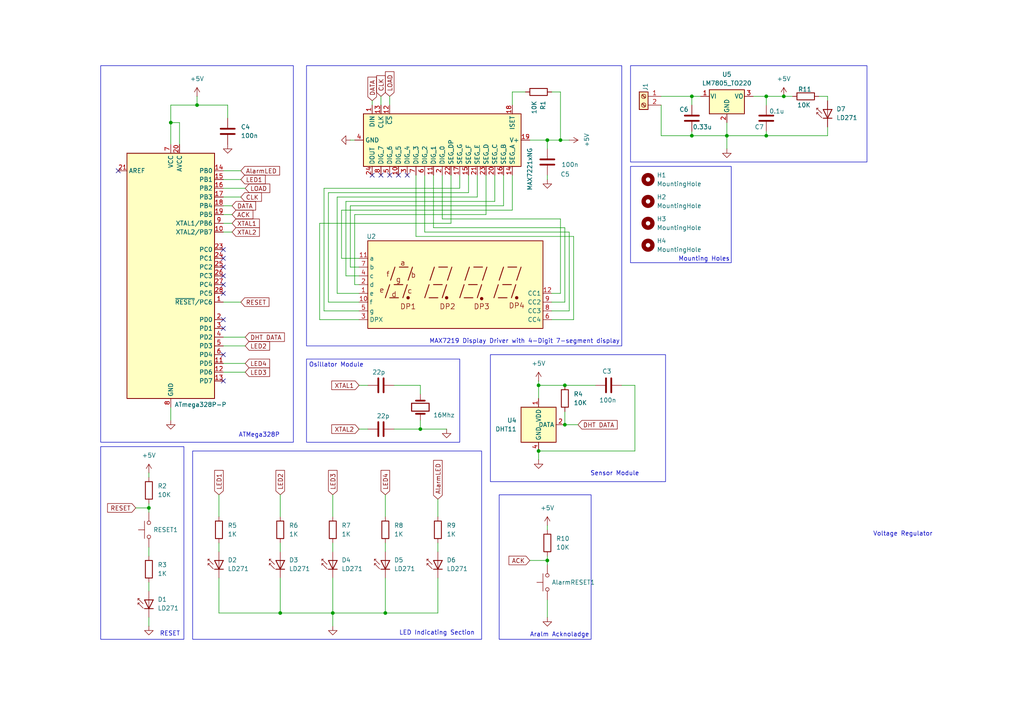
<source format=kicad_sch>
(kicad_sch (version 20231120) (generator "eeschema") (generator_version "8.0")
  (paper "A4")
  (lib_symbols
    (symbol "Connector:Screw_Terminal_01x02" (pin_names (offset 1.016) hide)
      (property "Reference" "J1" (at -0.508 -4.064 90))
      (symbol "Screw_Terminal_01x02_1_1"
        (rectangle (start -1.27 1.27) (end 1.27 -3.81) (stroke (width 0.254)) (fill (type background)))
        (circle (center 0 -2.54) (radius 0.635) (stroke (width 0.1524)))
        (polyline (pts (xy -0.5334 -2.2098) (xy 0.3302 -3.048)) (stroke (width 0.1524)))
        (polyline (pts (xy -0.5334 0.3302) (xy 0.3302 -0.508)) (stroke (width 0.1524)))
        (polyline (pts (xy -0.3556 -2.032) (xy 0.508 -2.8702)) (stroke (width 0.1524)))
        (polyline (pts (xy -0.3556 0.508) (xy 0.508 -0.3302)) (stroke (width 0.1524)))
        (circle (center 0 0) (radius 0.635) (stroke (width 0.1524)))
        (pin passive line (at -5.08 -2.54 0) (length 3.81) (name "Pin_2") (number "1"))
        (pin passive line (at -5.08 0 0) (length 3.81) (name "Pin_1") (number "2"))
      )
    )
    (symbol "Device:C" (pin_numbers hide) (pin_names (offset 0.254))
      (property "Reference" "C" (at 0.635 2.54 0))
      (property "Value" "C" (at 0.635 -2.54 0))
      (symbol "C_0_1"
        (polyline (pts (xy -2.032 -0.762) (xy 2.032 -0.762)) (stroke (width 0.508)))
        (polyline (pts (xy -2.032 0.762) (xy 2.032 0.762)) (stroke (width 0.508)))
      )
      (symbol "C_1_1"
        (pin passive line (at 0 3.81 270) (length 2.794) (name "~") (number "1"))
        (pin passive line (at 0 -3.81 90) (length 2.794) (name "~") (number "2"))
      )
    )
    (symbol "Device:Crystal" (pin_numbers hide) (pin_names (offset 1.016) hide)
      (property "Reference" "Y" (at 0 3.81 0))
      (property "Value" "Crystal" (at 0 -3.81 0))
      (symbol "Crystal_0_1"
        (rectangle (start -1.143 2.54) (end 1.143 -2.54) (stroke (width 0.3048)))
        (polyline (pts (xy -2.54 0) (xy -1.905 0)))
        (polyline (pts (xy -1.905 -1.27) (xy -1.905 1.27)) (stroke (width 0.508)))
        (polyline (pts (xy 1.905 -1.27) (xy 1.905 1.27)) (stroke (width 0.508)))
        (polyline (pts (xy 2.54 0) (xy 1.905 0)))
      )
      (symbol "Crystal_1_1"
        (pin passive line (at -3.81 0 0) (length 1.27) (name "1") (number "1"))
        (pin passive line (at 3.81 0 180) (length 1.27) (name "2") (number "2"))
      )
    )
    (symbol "Device:R" (pin_numbers hide) (pin_names (offset 0))
      (property "Reference" "R" (at 2.032 0 90))
      (property "Value" "R" (at 0 0 90))
      (symbol "R_0_1"
        (rectangle (start -1.016 -2.54) (end 1.016 2.54) (stroke (width 0.254)))
      )
      (symbol "R_1_1"
        (pin passive line (at 0 3.81 270) (length 1.27) (name "~") (number "1"))
        (pin passive line (at 0 -3.81 90) (length 1.27) (name "~") (number "2"))
      )
    )
    (symbol "Display_Character:CC56-12SURKWA"
      (property "Reference" "U" (at -24.13 13.97 0))
      (property "Value" "CC56-12SURKWA" (at 16.51 13.97 0))
      (symbol "CC56-12SURKWA_0_0"
        (rectangle (start -25.4 12.7) (end 25.4 -12.7) (stroke (width 0.254)) (fill (type background)))
        (polyline (pts (xy -20.32 -3.81) (xy -19.05 0)) (stroke (width 0.254)))
        (polyline (pts (xy -19.05 -3.81) (xy -16.51 -3.81)) (stroke (width 0.254)))
        (polyline (pts (xy -18.796 1.27) (xy -17.526 5.08)) (stroke (width 0.254)))
        (polyline (pts (xy -17.78 0) (xy -15.24 0)) (stroke (width 0.254)))
        (polyline (pts (xy -16.256 5.08) (xy -13.716 5.08)) (stroke (width 0.254)))
        (polyline (pts (xy -15.24 -3.81) (xy -13.97 0)) (stroke (width 0.254)))
        (polyline (pts (xy -13.716 1.27) (xy -12.446 5.08)) (stroke (width 0.254)))
        (polyline (pts (xy -8.89 -3.81) (xy -7.62 0)) (stroke (width 0.254)))
        (polyline (pts (xy -7.62 -3.81) (xy -5.08 -3.81)) (stroke (width 0.254)))
        (polyline (pts (xy -7.366 1.27) (xy -6.096 5.08)) (stroke (width 0.254)))
        (polyline (pts (xy -6.35 0) (xy -3.81 0)) (stroke (width 0.254)))
        (polyline (pts (xy -4.826 5.08) (xy -2.286 5.08)) (stroke (width 0.254)))
        (polyline (pts (xy -3.81 -3.81) (xy -2.54 0)) (stroke (width 0.254)))
        (polyline (pts (xy -2.286 1.27) (xy -1.016 5.08)) (stroke (width 0.254)))
        (polyline (pts (xy 1.27 -3.81) (xy 2.54 0)) (stroke (width 0.254)))
        (polyline (pts (xy 2.54 -3.81) (xy 5.08 -3.81)) (stroke (width 0.254)))
        (polyline (pts (xy 2.794 1.27) (xy 4.064 5.08)) (stroke (width 0.254)))
        (polyline (pts (xy 3.81 0) (xy 6.35 0)) (stroke (width 0.254)))
        (polyline (pts (xy 5.334 5.08) (xy 7.874 5.08)) (stroke (width 0.254)))
        (polyline (pts (xy 6.35 -3.81) (xy 7.62 0)) (stroke (width 0.254)))
        (polyline (pts (xy 7.874 1.27) (xy 9.144 5.08)) (stroke (width 0.254)))
        (polyline (pts (xy 11.176 -3.81) (xy 12.446 0)) (stroke (width 0.254)))
        (polyline (pts (xy 12.446 -3.81) (xy 14.986 -3.81)) (stroke (width 0.254)))
        (polyline (pts (xy 12.7 1.27) (xy 13.97 5.08)) (stroke (width 0.254)))
        (polyline (pts (xy 13.716 0) (xy 16.256 0)) (stroke (width 0.254)))
        (polyline (pts (xy 15.24 5.08) (xy 17.78 5.08)) (stroke (width 0.254)))
        (polyline (pts (xy 16.256 -3.81) (xy 17.526 0)) (stroke (width 0.254)))
        (polyline (pts (xy 17.78 1.27) (xy 19.05 5.08)) (stroke (width 0.254)))
        (text "a" (at -15.24 6.35 0) (effects (font (size 1.524 1.524))))
        (text "b" (at -12.192 2.794 0) (effects (font (size 1.524 1.524))))
        (text "c" (at -13.208 -1.778 0) (effects (font (size 1.524 1.524))))
        (text "d" (at -17.78 -2.794 0) (effects (font (size 1.524 1.524))))
        (text "DP1" (at -13.716 -6.35 0) (effects (font (size 1.524 1.524))))
        (text "DP2" (at -2.286 -6.35 0) (effects (font (size 1.524 1.524))))
        (text "DP3" (at 7.62 -6.35 0) (effects (font (size 1.524 1.524))))
        (text "DP4" (at 17.78 -6.096 0) (effects (font (size 1.524 1.524))))
        (text "e" (at -21.336 -1.524 0) (effects (font (size 1.524 1.524))))
        (text "f" (at -19.558 3.048 0) (effects (font (size 1.524 1.524))))
        (text "g" (at -16.51 1.524 0) (effects (font (size 1.524 1.524))))
      )
      (symbol "CC56-12SURKWA_0_1"
        (circle (center -13.716 -3.81) (radius 0.3556) (stroke (width 0.254)) (fill (type outline)))
        (circle (center -2.54 -3.81) (radius 0.3556) (stroke (width 0.254)) (fill (type outline)))
      )
      (symbol "CC56-12SURKWA_1_0"
        (circle (center 7.62 -4.064) (radius 0.3556) (stroke (width 0.254)) (fill (type outline)))
        (circle (center 17.78 -3.81) (radius 0.3556) (stroke (width 0.254)) (fill (type outline)))
      )
      (symbol "CC56-12SURKWA_1_1"
        (pin input line (at -27.94 -2.54 0) (length 2.54) (name "e") (number "1"))
        (pin input line (at -27.94 -5.08 0) (length 2.54) (name "f") (number "10"))
        (pin input line (at -27.94 7.62 0) (length 2.54) (name "a") (number "11"))
        (pin input line (at 27.94 -2.54 180) (length 2.54) (name "CC1") (number "12"))
        (pin input line (at -27.94 0 0) (length 2.54) (name "d") (number "2"))
        (pin input line (at -27.94 -10.16 0) (length 2.54) (name "DPX") (number "3"))
        (pin input line (at -27.94 2.54 0) (length 2.54) (name "c") (number "4"))
        (pin input line (at -27.94 -7.62 0) (length 2.54) (name "g") (number "5"))
        (pin input line (at 27.94 -10.16 180) (length 2.54) (name "CC4") (number "6"))
        (pin input line (at -27.94 5.08 0) (length 2.54) (name "b") (number "7"))
        (pin input line (at 27.94 -7.62 180) (length 2.54) (name "CC3") (number "8"))
        (pin input line (at 27.94 -5.08 180) (length 2.54) (name "CC2") (number "9"))
      )
    )
    (symbol "Driver_LED:MAX7221xNG"
      (property "Reference" "U" (at -6.35 24.13 0))
      (property "Value" "MAX7221xNG" (at 1.27 25.4 0))
      (symbol "MAX7221xNG_0_1"
        (rectangle (start -7.62 22.86) (end 7.62 -22.86) (stroke (width 0.254)) (fill (type background)))
      )
      (symbol "MAX7221xNG_1_1"
        (pin input line (at -10.16 -20.32 0) (length 2.54) (name "DIN") (number "1"))
        (pin open_collector line (at 10.16 -12.7 180) (length 2.54) (name "DIG_5") (number "10"))
        (pin open_collector line (at 10.16 -2.54 180) (length 2.54) (name "DIG_1") (number "11"))
        (pin input line (at -10.16 -15.24 0) (length 2.54) (name "~{CS}") (number "12"))
        (pin input line (at -10.16 -17.78 0) (length 2.54) (name "CLK") (number "13"))
        (pin open_emitter line (at 10.16 20.32 180) (length 2.54) (name "SEG_A") (number "14"))
        (pin open_emitter line (at 10.16 7.62 180) (length 2.54) (name "SEG_F") (number "15"))
        (pin open_emitter line (at 10.16 17.78 180) (length 2.54) (name "SEG_B") (number "16"))
        (pin open_emitter line (at 10.16 5.08 180) (length 2.54) (name "SEG_G") (number "17"))
        (pin input line (at -10.16 20.32 0) (length 2.54) (name "ISET") (number "18"))
        (pin power_in line (at 0 25.4 270) (length 2.54) (name "V+") (number "19"))
        (pin open_collector line (at 10.16 0 180) (length 2.54) (name "DIG_0") (number "2"))
        (pin open_emitter line (at 10.16 15.24 180) (length 2.54) (name "SEG_C") (number "20"))
        (pin open_emitter line (at 10.16 10.16 180) (length 2.54) (name "SEG_E") (number "21"))
        (pin open_emitter line (at 10.16 2.54 180) (length 2.54) (name "SEG_DP") (number "22"))
        (pin open_emitter line (at 10.16 12.7 180) (length 2.54) (name "SEG_D") (number "23"))
        (pin output line (at 10.16 -20.32 180) (length 2.54) (name "DOUT") (number "24"))
        (pin open_collector line (at 10.16 -10.16 180) (length 2.54) (name "DIG_4") (number "3"))
        (pin power_in line (at 0 -25.4 90) (length 2.54) (name "GND") (number "4"))
        (pin open_collector line (at 10.16 -15.24 180) (length 2.54) (name "DIG_6") (number "5"))
        (pin open_collector line (at 10.16 -5.08 180) (length 2.54) (name "DIG_2") (number "6"))
        (pin open_collector line (at 10.16 -7.62 180) (length 2.54) (name "DIG_3") (number "7"))
        (pin open_collector line (at 10.16 -17.78 180) (length 2.54) (name "DIG_7") (number "8"))
        (pin passive line (at 0 -25.4 90) (length 2.54) hide (name "GND") (number "9"))
      )
    )
    (symbol "LED:LD271" (pin_numbers hide) (pin_names (offset 1.016) hide)
      (property "Reference" "D" (at 0.508 1.778 0))
      (property "Value" "LD271" (at -1.016 -2.794 0))
      (symbol "LD271_0_1"
        (polyline (pts (xy -2.54 1.27) (xy -2.54 -1.27)) (stroke (width 0.254)))
        (polyline (pts (xy 0 0) (xy -2.54 0)))
        (polyline (pts (xy 0.381 3.175) (xy -0.127 3.175)))
        (polyline (pts (xy -1.143 1.651) (xy 0.381 3.175) (xy 0.381 2.667)))
        (polyline (pts (xy 0 -1.27) (xy -2.54 0) (xy 0 1.27) (xy 0 -1.27)) (stroke (width 0.254)))
        (polyline (pts (xy -2.413 1.651) (xy -0.889 3.175) (xy -0.889 2.667) (xy -0.889 3.175) (xy -1.397 3.175)))
      )
      (symbol "LD271_1_1"
        (pin passive line (at -5.08 0 0) (length 2.54) (name "K") (number "1"))
        (pin passive line (at 2.54 0 180) (length 2.54) (name "A") (number "2"))
      )
    )
    (symbol "MCU_Microchip_ATmega:ATmega328P-P"
      (property "Reference" "U" (at -12.7 36.83 0))
      (property "Value" "ATmega328P-P" (at 2.54 -36.83 0))
      (symbol "ATmega328P-P_0_1"
        (rectangle (start -12.7 -35.56) (end 12.7 35.56) (stroke (width 0.254)) (fill (type background)))
      )
      (symbol "ATmega328P-P_1_1"
        (pin bidirectional line (at 15.24 -7.62 180) (length 2.54) (name "~{RESET}/PC6") (number "1"))
        (pin bidirectional line (at 15.24 12.7 180) (length 2.54) (name "XTAL2/PB7") (number "10"))
        (pin bidirectional line (at 15.24 -25.4 180) (length 2.54) (name "PD5") (number "11"))
        (pin bidirectional line (at 15.24 -27.94 180) (length 2.54) (name "PD6") (number "12"))
        (pin bidirectional line (at 15.24 -30.48 180) (length 2.54) (name "PD7") (number "13"))
        (pin bidirectional line (at 15.24 30.48 180) (length 2.54) (name "PB0") (number "14"))
        (pin bidirectional line (at 15.24 27.94 180) (length 2.54) (name "PB1") (number "15"))
        (pin bidirectional line (at 15.24 25.4 180) (length 2.54) (name "PB2") (number "16"))
        (pin bidirectional line (at 15.24 22.86 180) (length 2.54) (name "PB3") (number "17"))
        (pin bidirectional line (at 15.24 20.32 180) (length 2.54) (name "PB4") (number "18"))
        (pin bidirectional line (at 15.24 17.78 180) (length 2.54) (name "PB5") (number "19"))
        (pin bidirectional line (at 15.24 -12.7 180) (length 2.54) (name "PD0") (number "2"))
        (pin power_in line (at 2.54 38.1 270) (length 2.54) (name "AVCC") (number "20"))
        (pin passive line (at -15.24 30.48 0) (length 2.54) (name "AREF") (number "21"))
        (pin passive line (at 0 -38.1 90) (length 2.54) hide (name "GND") (number "22"))
        (pin bidirectional line (at 15.24 7.62 180) (length 2.54) (name "PC0") (number "23"))
        (pin bidirectional line (at 15.24 5.08 180) (length 2.54) (name "PC1") (number "24"))
        (pin bidirectional line (at 15.24 2.54 180) (length 2.54) (name "PC2") (number "25"))
        (pin bidirectional line (at 15.24 0 180) (length 2.54) (name "PC3") (number "26"))
        (pin bidirectional line (at 15.24 -2.54 180) (length 2.54) (name "PC4") (number "27"))
        (pin bidirectional line (at 15.24 -5.08 180) (length 2.54) (name "PC5") (number "28"))
        (pin bidirectional line (at 15.24 -15.24 180) (length 2.54) (name "PD1") (number "3"))
        (pin bidirectional line (at 15.24 -17.78 180) (length 2.54) (name "PD2") (number "4"))
        (pin bidirectional line (at 15.24 -20.32 180) (length 2.54) (name "PD3") (number "5"))
        (pin bidirectional line (at 15.24 -22.86 180) (length 2.54) (name "PD4") (number "6"))
        (pin power_in line (at 0 38.1 270) (length 2.54) (name "VCC") (number "7"))
        (pin power_in line (at 0 -38.1 90) (length 2.54) (name "GND") (number "8"))
        (pin bidirectional line (at 15.24 15.24 180) (length 2.54) (name "XTAL1/PB6") (number "9"))
      )
    )
    (symbol "Mechanical:MountingHole" (pin_names (offset 1.016)) (exclude_from_sim yes) (in_bom no)
      (property "Reference" "H" (at 0 5.08 0))
      (property "Value" "MountingHole" (at 0 3.175 0))
      (symbol "MountingHole_0_1"
        (circle (center 0 0) (radius 1.27) (stroke (width 1.27)))
      )
    )
    (symbol "Regulator_Linear:LM7805_TO220" (pin_names (offset 0.254))
      (property "Reference" "U" (at -3.81 3.175 0))
      (property "Value" "LM7805_TO220" (at 0 3.175 0))
      (symbol "LM7805_TO220_0_1"
        (rectangle (start -5.08 1.905) (end 5.08 -5.08) (stroke (width 0.254)) (fill (type background)))
      )
      (symbol "LM7805_TO220_1_1"
        (pin power_in line (at -7.62 0 0) (length 2.54) (name "VI") (number "1"))
        (pin power_in line (at 0 -7.62 90) (length 2.54) (name "GND") (number "2"))
        (pin power_out line (at 7.62 0 180) (length 2.54) (name "VO") (number "3"))
      )
    )
    (symbol "Sensor:DHT11"
      (property "Reference" "U" (at -3.81 6.35 0))
      (property "Value" "DHT11" (at 3.81 6.35 0))
      (symbol "DHT11_0_1"
        (rectangle (start -5.08 5.08) (end 5.08 -5.08) (stroke (width 0.254)) (fill (type background)))
      )
      (symbol "DHT11_1_1"
        (pin power_in line (at 0 7.62 270) (length 2.54) (name "VDD") (number "1"))
        (pin bidirectional line (at 7.62 0 180) (length 2.54) (name "DATA") (number "2"))
        (pin no_connect line (at -5.08 0 0) (length 2.54) hide (name "NC") (number "3"))
        (pin power_in line (at 0 -7.62 90) (length 2.54) (name "GND") (number "4"))
      )
    )
    (symbol "Switch:SW_Push" (pin_numbers hide) (pin_names (offset 1.016) hide)
      (property "Reference" "SW" (at 1.27 2.54 0))
      (property "Value" "SW_Push" (at 0 -1.524 0))
      (symbol "SW_Push_0_1"
        (circle (center -2.032 0) (radius 0.508))
        (polyline (pts (xy 0 1.27) (xy 0 3.048)))
        (polyline (pts (xy 2.54 1.27) (xy -2.54 1.27)))
        (circle (center 2.032 0) (radius 0.508))
        (pin passive line (at -5.08 0 0) (length 2.54) (name "1") (number "1"))
        (pin passive line (at 5.08 0 180) (length 2.54) (name "2") (number "2"))
      )
    )
    (symbol "power:+5V" (power) (pin_numbers hide) (pin_names (offset 0) hide)
      (property "Value" "+5V" (at 0 3.556 0))
      (symbol "+5V_0_1"
        (polyline (pts (xy -0.762 1.27) (xy 0 2.54)))
        (polyline (pts (xy 0 0) (xy 0 2.54)))
        (polyline (pts (xy 0 2.54) (xy 0.762 1.27)))
      )
      (symbol "+5V_1_1"
        (pin power_in line (at 0 0 90) (length 0) (name "~") (number "1"))
      )
    )
    (symbol "power:GND" (power) (pin_numbers hide) (pin_names (offset 0) hide)
      (property "Value" "GND" (at 0 -3.81 0))
      (symbol "GND_0_1"
        (polyline (pts (xy 0 0) (xy 0 -1.27) (xy 1.27 -1.27) (xy 0 -2.54) (xy -1.27 -1.27) (xy 0 -1.27)))
      )
      (symbol "GND_1_1"
        (pin power_in line (at 0 0 270) (length 0) (name "~") (number "1"))
      )
    )
  )
  (junction (at 49.53 35.56))
  (junction (at 81.28 177.8))
  (junction (at 200.66 39.37))
  (junction (at 227.33 27.94))
  (junction (at 163.83 111.76))
  (junction (at 156.21 130.81))
  (junction (at 57.15 30.48))
  (junction (at 222.25 39.37))
  (junction (at 210.82 39.37))
  (junction (at 121.92 124.46))
  (junction (at 158.75 162.56))
  (junction (at 162.56 40.64))
  (junction (at 111.76 177.8))
  (junction (at 163.83 123.19))
  (junction (at 200.66 27.94))
  (junction (at 156.21 111.76))
  (junction (at 222.25 27.94))
  (junction (at 96.52 177.8))
  (junction (at 158.75 40.64))
  (junction (at 43.18 147.32))
  (no_connect (at 107.95 50.8))
  (no_connect (at 64.77 92.71))
  (no_connect (at 64.77 74.93))
  (no_connect (at 115.57 50.8))
  (no_connect (at 118.11 50.8))
  (no_connect (at 64.77 85.09))
  (no_connect (at 64.77 95.25))
  (no_connect (at 64.77 77.47))
  (no_connect (at 64.77 82.55))
  (no_connect (at 64.77 110.49))
  (no_connect (at 64.77 102.87))
  (no_connect (at 34.29 49.53))
  (no_connect (at 64.77 72.39))
  (no_connect (at 110.49 50.8))
  (no_connect (at 64.77 80.01))
  (no_connect (at 113.03 50.8))
  (wire (pts (xy 81.28 177.8) (xy 96.52 177.8)))
  (wire (pts (xy 153.67 162.56) (xy 158.75 162.56)))
  (wire (pts (xy 64.77 107.95) (xy 71.12 107.95)))
  (wire (pts (xy 163.83 87.63) (xy 163.83 66.04)))
  (wire (pts (xy 101.6 59.69) (xy 146.05 59.69)))
  (wire (pts (xy 158.75 162.56) (xy 158.75 163.83)))
  (wire (pts (xy 191.77 39.37) (xy 200.66 39.37)))
  (wire (pts (xy 163.83 123.19) (xy 167.64 123.19)))
  (wire (pts (xy 64.77 49.53) (xy 69.85 49.53)))
  (wire (pts (xy 191.77 27.94) (xy 200.66 27.94)))
  (wire (pts (xy 96.52 177.8) (xy 111.76 177.8)))
  (wire (pts (xy 166.37 68.58) (xy 120.65 68.58)))
  (wire (pts (xy 104.14 77.47) (xy 101.6 77.47)))
  (wire (pts (xy 148.59 26.67) (xy 148.59 30.48)))
  (wire (pts (xy 93.98 54.61) (xy 133.35 54.61)))
  (wire (pts (xy 165.1 67.31) (xy 123.19 67.31)))
  (wire (pts (xy 102.87 40.64) (xy 101.6 40.64)))
  (wire (pts (xy 222.25 27.94) (xy 227.33 27.94)))
  (wire (pts (xy 66.04 30.48) (xy 66.04 34.29)))
  (wire (pts (xy 49.53 30.48) (xy 49.53 35.56)))
  (wire (pts (xy 165.1 40.64) (xy 162.56 40.64)))
  (wire (pts (xy 64.77 57.15) (xy 69.85 57.15)))
  (wire (pts (xy 128.27 63.5) (xy 128.27 50.8)))
  (wire (pts (xy 64.77 105.41) (xy 71.12 105.41)))
  (wire (pts (xy 49.53 35.56) (xy 49.53 41.91)))
  (wire (pts (xy 114.3 111.76) (xy 121.92 111.76)))
  (wire (pts (xy 123.19 67.31) (xy 123.19 50.8)))
  (wire (pts (xy 114.3 124.46) (xy 121.92 124.46)))
  (wire (pts (xy 200.66 27.94) (xy 203.2 27.94)))
  (wire (pts (xy 240.03 29.21) (xy 240.03 27.94)))
  (wire (pts (xy 96.52 167.64) (xy 96.52 177.8)))
  (wire (pts (xy 81.28 143.51) (xy 81.28 149.86)))
  (wire (pts (xy 111.76 143.51) (xy 111.76 149.86)))
  (wire (pts (xy 127 144.78) (xy 127 149.86)))
  (wire (pts (xy 180.34 111.76) (xy 184.15 111.76)))
  (wire (pts (xy 63.5 157.48) (xy 63.5 160.02)))
  (wire (pts (xy 81.28 167.64) (xy 81.28 177.8)))
  (wire (pts (xy 95.25 55.88) (xy 135.89 55.88)))
  (wire (pts (xy 162.56 40.64) (xy 158.75 40.64)))
  (wire (pts (xy 64.77 97.79) (xy 71.12 97.79)))
  (wire (pts (xy 158.75 50.8) (xy 158.75 52.07)))
  (wire (pts (xy 43.18 158.75) (xy 43.18 161.29)))
  (wire (pts (xy 160.02 92.71) (xy 166.37 92.71)))
  (wire (pts (xy 64.77 54.61) (xy 71.12 54.61)))
  (wire (pts (xy 57.15 27.94) (xy 57.15 30.48)))
  (wire (pts (xy 222.25 27.94) (xy 218.44 27.94)))
  (wire (pts (xy 158.75 173.99) (xy 158.75 179.07)))
  (wire (pts (xy 158.75 161.29) (xy 158.75 162.56)))
  (wire (pts (xy 99.06 74.93) (xy 99.06 60.96)))
  (wire (pts (xy 143.51 58.42) (xy 143.51 50.8)))
  (wire (pts (xy 104.14 85.09) (xy 97.79 85.09)))
  (wire (pts (xy 97.79 85.09) (xy 97.79 57.15)))
  (wire (pts (xy 240.03 36.83) (xy 240.03 39.37)))
  (wire (pts (xy 96.52 157.48) (xy 96.52 160.02)))
  (wire (pts (xy 127 177.8) (xy 127 167.64)))
  (wire (pts (xy 64.77 87.63) (xy 69.85 87.63)))
  (wire (pts (xy 162.56 63.5) (xy 128.27 63.5)))
  (wire (pts (xy 156.21 110.49) (xy 156.21 111.76)))
  (wire (pts (xy 111.76 157.48) (xy 111.76 160.02)))
  (wire (pts (xy 156.21 130.81) (xy 156.21 133.35)))
  (wire (pts (xy 49.53 35.56) (xy 52.07 35.56)))
  (wire (pts (xy 111.76 167.64) (xy 111.76 177.8)))
  (wire (pts (xy 101.6 77.47) (xy 101.6 59.69)))
  (wire (pts (xy 138.43 50.8) (xy 138.43 57.15)))
  (wire (pts (xy 121.92 111.76) (xy 121.92 114.3)))
  (wire (pts (xy 160.02 90.17) (xy 165.1 90.17)))
  (wire (pts (xy 130.81 64.77) (xy 130.81 50.8)))
  (wire (pts (xy 49.53 30.48) (xy 57.15 30.48)))
  (wire (pts (xy 93.98 90.17) (xy 93.98 54.61)))
  (wire (pts (xy 102.87 62.23) (xy 140.97 62.23)))
  (wire (pts (xy 39.37 147.32) (xy 43.18 147.32)))
  (wire (pts (xy 100.33 80.01) (xy 100.33 58.42)))
  (wire (pts (xy 64.77 64.77) (xy 67.31 64.77)))
  (wire (pts (xy 240.03 27.94) (xy 237.49 27.94)))
  (wire (pts (xy 210.82 39.37) (xy 210.82 35.56)))
  (wire (pts (xy 43.18 147.32) (xy 43.18 148.59)))
  (wire (pts (xy 222.25 39.37) (xy 240.03 39.37)))
  (wire (pts (xy 184.15 111.76) (xy 184.15 130.81)))
  (wire (pts (xy 152.4 26.67) (xy 148.59 26.67)))
  (wire (pts (xy 104.14 80.01) (xy 100.33 80.01)))
  (wire (pts (xy 120.65 68.58) (xy 120.65 50.8)))
  (wire (pts (xy 200.66 27.94) (xy 200.66 30.48)))
  (wire (pts (xy 104.14 87.63) (xy 95.25 87.63)))
  (wire (pts (xy 99.06 60.96) (xy 148.59 60.96)))
  (wire (pts (xy 64.77 100.33) (xy 71.12 100.33)))
  (wire (pts (xy 222.25 39.37) (xy 210.82 39.37)))
  (wire (pts (xy 156.21 111.76) (xy 156.21 115.57)))
  (wire (pts (xy 113.03 27.94) (xy 113.03 30.48)))
  (wire (pts (xy 222.25 38.1) (xy 222.25 39.37)))
  (wire (pts (xy 222.25 30.48) (xy 222.25 27.94)))
  (wire (pts (xy 97.79 57.15) (xy 138.43 57.15)))
  (wire (pts (xy 99.06 74.93) (xy 104.14 74.93)))
  (wire (pts (xy 135.89 55.88) (xy 135.89 50.8)))
  (wire (pts (xy 200.66 39.37) (xy 210.82 39.37)))
  (wire (pts (xy 102.87 82.55) (xy 102.87 62.23)))
  (wire (pts (xy 158.75 40.64) (xy 158.75 43.18)))
  (wire (pts (xy 191.77 30.48) (xy 191.77 39.37)))
  (wire (pts (xy 140.97 62.23) (xy 140.97 50.8)))
  (wire (pts (xy 43.18 168.91) (xy 43.18 171.45)))
  (wire (pts (xy 110.49 27.94) (xy 110.49 30.48)))
  (wire (pts (xy 63.5 177.8) (xy 81.28 177.8)))
  (wire (pts (xy 156.21 130.81) (xy 184.15 130.81)))
  (wire (pts (xy 43.18 179.07) (xy 43.18 181.61)))
  (wire (pts (xy 162.56 85.09) (xy 162.56 63.5)))
  (wire (pts (xy 95.25 87.63) (xy 95.25 55.88)))
  (wire (pts (xy 81.28 157.48) (xy 81.28 160.02)))
  (wire (pts (xy 43.18 146.05) (xy 43.18 147.32)))
  (wire (pts (xy 163.83 111.76) (xy 156.21 111.76)))
  (wire (pts (xy 172.72 111.76) (xy 163.83 111.76)))
  (wire (pts (xy 64.77 59.69) (xy 67.31 59.69)))
  (wire (pts (xy 160.02 87.63) (xy 163.83 87.63)))
  (wire (pts (xy 210.82 39.37) (xy 210.82 43.18)))
  (wire (pts (xy 100.33 58.42) (xy 143.51 58.42)))
  (wire (pts (xy 92.71 64.77) (xy 130.81 64.77)))
  (wire (pts (xy 162.56 26.67) (xy 162.56 40.64)))
  (wire (pts (xy 104.14 82.55) (xy 102.87 82.55)))
  (wire (pts (xy 166.37 92.71) (xy 166.37 68.58)))
  (wire (pts (xy 52.07 41.91) (xy 52.07 35.56)))
  (wire (pts (xy 200.66 38.1) (xy 200.66 39.37)))
  (wire (pts (xy 146.05 59.69) (xy 146.05 50.8)))
  (wire (pts (xy 64.77 62.23) (xy 67.31 62.23)))
  (wire (pts (xy 64.77 52.07) (xy 69.85 52.07)))
  (wire (pts (xy 63.5 143.51) (xy 63.5 149.86)))
  (wire (pts (xy 163.83 119.38) (xy 163.83 123.19)))
  (wire (pts (xy 158.75 152.4) (xy 158.75 153.67)))
  (wire (pts (xy 92.71 92.71) (xy 92.71 64.77)))
  (wire (pts (xy 96.52 177.8) (xy 96.52 181.61)))
  (wire (pts (xy 104.14 90.17) (xy 93.98 90.17)))
  (wire (pts (xy 133.35 54.61) (xy 133.35 50.8)))
  (wire (pts (xy 107.95 29.21) (xy 107.95 30.48)))
  (wire (pts (xy 121.92 124.46) (xy 121.92 121.92)))
  (wire (pts (xy 227.33 27.94) (xy 229.87 27.94)))
  (wire (pts (xy 43.18 137.16) (xy 43.18 138.43)))
  (wire (pts (xy 160.02 85.09) (xy 162.56 85.09)))
  (wire (pts (xy 104.14 111.76) (xy 106.68 111.76)))
  (wire (pts (xy 57.15 30.48) (xy 66.04 30.48)))
  (wire (pts (xy 63.5 167.64) (xy 63.5 177.8)))
  (wire (pts (xy 148.59 60.96) (xy 148.59 50.8)))
  (wire (pts (xy 96.52 143.51) (xy 96.52 149.86)))
  (wire (pts (xy 127 157.48) (xy 127 160.02)))
  (wire (pts (xy 158.75 40.64) (xy 153.67 40.64)))
  (wire (pts (xy 49.53 118.11) (xy 49.53 121.92)))
  (wire (pts (xy 111.76 177.8) (xy 127 177.8)))
  (wire (pts (xy 163.83 66.04) (xy 125.73 66.04)))
  (wire (pts (xy 64.77 67.31) (xy 67.31 67.31)))
  (wire (pts (xy 104.14 124.46) (xy 106.68 124.46)))
  (wire (pts (xy 121.92 124.46) (xy 129.54 124.46)))
  (wire (pts (xy 162.56 26.67) (xy 160.02 26.67)))
  (wire (pts (xy 165.1 90.17) (xy 165.1 67.31)))
  (wire (pts (xy 104.14 92.71) (xy 92.71 92.71)))
  (wire (pts (xy 125.73 66.04) (xy 125.73 50.8)))
  (rectangle (start 142.24 102.87) (end 193.04 139.7))
  (rectangle (start 29.21 129.54) (end 53.34 185.42))
  (rectangle (start 29.21 19.05) (end 85.09 128.27))
  (rectangle (start 144.78 143.51) (end 171.45 185.42))
  (rectangle (start 182.88 48.26) (end 212.09 76.2))
  (rectangle (start 55.88 130.81) (end 139.7 185.42))
  (rectangle (start 182.88 19.05) (end 251.46 46.99))
  (rectangle (start 191.77 139.7) (end 191.77 139.7))
  (rectangle (start 88.9 19.05) (end 180.34 100.33))
  (rectangle (start 133.35 128.27) (end 88.9 104.14))
  (text "Aralm Acknoladge\n" (at 162.306 184.15 0) (effects (font (size 1.27 1.27))))
  (text "ATMega328P\n" (at 75.184 126.238 0) (effects (font (size 1.27 1.27))))
  (text "Osillator Module\n" (at 97.536 105.918 0) (effects (font (size 1.27 1.27))))
  (text "MAX7219 Display Driver with 4-Digit 7-segment display\n\n" (at 152.146 100.076 0) (effects (font (size 1.27 1.27))))
  (text "Mounting Holes\n" (at 204.216 75.184 0) (effects (font (size 1.27 1.27))))
  (text "LED Indicating Section" (at 126.746 183.642 0) (effects (font (size 1.27 1.27))))
  (text "RESET \n" (at 49.784 183.896 0) (effects (font (size 1.27 1.27))))
  (text "Voltage Regulator\n\n " (at 261.874 156.972 0) (effects (font (size 1.27 1.27))))
  (text "Sensor Module\n" (at 178.308 137.414 0) (effects (font (size 1.27 1.27))))
  (global_label "DATA" (shape input) (at 107.95 29.21 90) (property "Intersheetrefs" "${INTERSHEET_REFS}" (effects (hide yes))))
  (global_label "LED1" (shape input) (at 69.85 52.07 0) (property "Intersheetrefs" "${INTERSHEET_REFS}" (effects (hide yes))))
  (global_label "LED2" (shape input) (at 71.12 100.33 0) (property "Intersheetrefs" "${INTERSHEET_REFS}" (effects (hide yes))))
  (global_label "XTAL2" (shape input) (at 67.31 67.31 0) (property "Intersheetrefs" "${INTERSHEET_REFS}" (effects (hide yes))))
  (global_label "LED1" (shape input) (at 63.5 143.51 90) (property "Intersheetrefs" "${INTERSHEET_REFS}" (effects (hide yes))))
  (global_label "RESET" (shape input) (at 69.85 87.63 0) (property "Intersheetrefs" "${INTERSHEET_REFS}" (effects (hide yes))))
  (global_label "LED2" (shape input) (at 81.28 143.51 90) (property "Intersheetrefs" "${INTERSHEET_REFS}" (effects (hide yes))))
  (global_label "AlarmLED" (shape input) (at 69.85 49.53 0) (property "Intersheetrefs" "${INTERSHEET_REFS}" (effects (hide yes))))
  (global_label "DATA" (shape input) (at 67.31 59.69 0) (property "Intersheetrefs" "${INTERSHEET_REFS}" (effects (hide yes))))
  (global_label "ACK" (shape input) (at 67.31 62.23 0) (property "Intersheetrefs" "${INTERSHEET_REFS}" (effects (hide yes))))
  (global_label "DHT DATA" (shape input) (at 71.12 97.79 0) (property "Intersheetrefs" "${INTERSHEET_REFS}" (effects (hide yes))))
  (global_label "LED3" (shape input) (at 71.12 107.95 0) (property "Intersheetrefs" "${INTERSHEET_REFS}" (effects (hide yes))))
  (global_label "CLK" (shape input) (at 69.85 57.15 0) (property "Intersheetrefs" "${INTERSHEET_REFS}" (effects (hide yes))))
  (global_label "DHT DATA" (shape input) (at 167.64 123.19 0) (property "Intersheetrefs" "${INTERSHEET_REFS}" (effects (hide yes))))
  (global_label "XTAL2" (shape input) (at 104.14 124.46 180) (property "Intersheetrefs" "${INTERSHEET_REFS}" (effects (hide yes))))
  (global_label "ACK" (shape input) (at 153.67 162.56 180) (property "Intersheetrefs" "${INTERSHEET_REFS}" (effects (hide yes))))
  (global_label "LOAD" (shape input) (at 113.03 27.94 90) (property "Intersheetrefs" "${INTERSHEET_REFS}" (effects (hide yes))))
  (global_label "RESET" (shape input) (at 39.37 147.32 180) (property "Intersheetrefs" "${INTERSHEET_REFS}" (effects (hide yes))))
  (global_label "LOAD" (shape input) (at 71.12 54.61 0) (property "Intersheetrefs" "${INTERSHEET_REFS}" (effects (hide yes))))
  (global_label "AlarmLED" (shape input) (at 127 144.78 90) (property "Intersheetrefs" "${INTERSHEET_REFS}" (effects (hide yes))))
  (global_label "CLK" (shape input) (at 110.49 27.94 90) (property "Intersheetrefs" "${INTERSHEET_REFS}" (effects (hide yes))))
  (global_label "XTAL1" (shape input) (at 67.31 64.77 0) (property "Intersheetrefs" "${INTERSHEET_REFS}" (effects (hide yes))))
  (global_label "LED3" (shape input) (at 96.52 143.51 90) (property "Intersheetrefs" "${INTERSHEET_REFS}" (effects (hide yes))))
  (global_label "LED4" (shape input) (at 71.12 105.41 0) (property "Intersheetrefs" "${INTERSHEET_REFS}" (effects (hide yes))))
  (global_label "XTAL1" (shape input) (at 104.14 111.76 180) (property "Intersheetrefs" "${INTERSHEET_REFS}" (effects (hide yes))))
  (global_label "LED4" (shape input) (at 111.76 143.51 90) (property "Intersheetrefs" "${INTERSHEET_REFS}" (effects (hide yes))))
  (symbol (lib_id "power:GND") (at 158.75 179.07 0) (unit 1)
    (property "Reference" "#PWR013" (effects (hide yes)))
    (property "Value" "GND" (effects (hide yes)))
    (property "Description" "Power symbol creates a global label with name \"GND\" , ground" (effects (hide yes)))
  )
  (symbol (lib_id "power:GND") (at 66.04 41.91 0) (unit 1)
    (property "Reference" "#PWR05" (effects (hide yes)))
    (property "Value" "GND" (effects (hide yes)))
    (property "Description" "Power symbol creates a global label with name \"GND\" , ground" (effects (hide yes)))
  )
  (symbol (lib_id "power:+5V") (at 158.75 152.4 0) (unit 1)
    (property "Reference" "#PWR012" (effects (hide yes)))
    (property "Value" "+5V" (at 158.75 147.32 0))
    (property "Description" "Power symbol creates a global label with name \"+5V\"" (effects (hide yes)))
  )
  (symbol (lib_id "Device:Crystal") (at 121.92 118.11 90) (unit 1)
    (property "Reference" "16Mh1" (effects (hide yes)))
    (property "Value" "16Mhz" (at 128.778 120.396 90))
    (property "Footprint" "Crystal:Crystal_HC52-8mm_Vertical" (effects (hide yes)))
    (property "Description" "Two pin crystal" (effects (hide yes)))
  )
  (symbol (lib_id "Device:R") (at 158.75 157.48 180) (unit 1)
    (property "Reference" "R10" (at 161.29 156.2099 0) (effects (justify right)))
    (property "Value" "10K" (at 161.29 158.7499 0) (effects (justify right)))
    (property "Footprint" "Resistor_THT:R_Axial_DIN0204_L3.6mm_D1.6mm_P5.08mm_Horizontal" (effects (hide yes)))
    (property "Description" "Resistor" (effects (hide yes)))
  )
  (symbol (lib_id "Device:C") (at 200.66 34.29 0) (unit 1)
    (property "Reference" "C6" (at 198.374 31.75 0))
    (property "Value" "0.33u" (at 203.708 36.83 0))
    (property "Footprint" "Capacitor_THT:CP_Radial_D5.0mm_P2.00mm" (effects (hide yes)))
    (property "Description" "Unpolarized capacitor" (effects (hide yes)))
  )
  (symbol (lib_id "LED:LD271") (at 63.5 162.56 90) (unit 1)
    (property "Reference" "D2" (at 66.04 162.4329 90) (effects (justify right)))
    (property "Value" "LD271" (at 66.04 164.9729 90) (effects (justify right)))
    (property "Footprint" "LED_THT:LED_D5.0mm_IRGrey" (effects (hide yes)))
    (property "Datasheet" "http://www.alliedelec.com/m/d/40788c34903a719969df15f1fbea1056.pdf" (effects (hide yes)))
    (property "Description" "940nm IR-LED, 5mm" (effects (hide yes)))
  )
  (symbol (lib_id "LED:LD271") (at 240.03 31.75 90) (unit 1)
    (property "Reference" "D7" (at 242.57 31.6229 90) (effects (justify right)))
    (property "Value" "LD271" (at 242.57 34.1629 90) (effects (justify right)))
    (property "Footprint" "LED_THT:LED_D5.0mm_IRGrey" (effects (hide yes)))
    (property "Datasheet" "http://www.alliedelec.com/m/d/40788c34903a719969df15f1fbea1056.pdf" (effects (hide yes)))
    (property "Description" "940nm IR-LED, 5mm" (effects (hide yes)))
  )
  (symbol (lib_id "LED:LD271") (at 81.28 162.56 90) (unit 1)
    (property "Reference" "D3" (at 83.82 162.4329 90) (effects (justify right)))
    (property "Value" "LD271" (at 83.82 164.9729 90) (effects (justify right)))
    (property "Footprint" "LED_THT:LED_D5.0mm_IRGrey" (effects (hide yes)))
    (property "Datasheet" "http://www.alliedelec.com/m/d/40788c34903a719969df15f1fbea1056.pdf" (effects (hide yes)))
    (property "Description" "940nm IR-LED, 5mm" (effects (hide yes)))
  )
  (symbol (lib_id "power:GND") (at 101.6 40.64 270) (unit 1)
    (property "Reference" "#PWR09" (effects (hide yes)))
    (property "Value" "GND" (effects (hide yes)))
    (property "Description" "Power symbol creates a global label with name \"GND\" , ground" (effects (hide yes)))
  )
  (symbol (lib_id "Device:R") (at 233.68 27.94 270) (unit 1)
    (property "Reference" "R11" (at 233.426 25.908 90))
    (property "Value" "10K" (at 233.172 30.48 90))
    (property "Footprint" "Resistor_THT:R_Axial_DIN0204_L3.6mm_D1.6mm_P5.08mm_Horizontal" (effects (hide yes)))
    (property "Description" "Resistor" (effects (hide yes)))
  )
  (symbol (lib_id "power:+5V") (at 57.15 27.94 0) (unit 1)
    (property "Reference" "#PWR01" (effects (hide yes)))
    (property "Value" "+5V" (at 57.15 22.86 0))
    (property "Description" "Power symbol creates a global label with name \"+5V\"" (effects (hide yes)))
  )
  (symbol (lib_id "Device:R") (at 63.5 153.67 180) (unit 1)
    (property "Reference" "R5" (at 66.04 152.3999 0) (effects (justify right)))
    (property "Value" "1K" (at 66.04 154.9399 0) (effects (justify right)))
    (property "Footprint" "Resistor_THT:R_Axial_DIN0204_L3.6mm_D1.6mm_P5.08mm_Horizontal" (effects (hide yes)))
    (property "Description" "Resistor" (effects (hide yes)))
  )
  (symbol (lib_id "Mechanical:MountingHole") (at 187.96 71.12 0) (unit 1) (exclude_from_sim yes) (in_bom no)
    (property "Reference" "H4" (at 190.5 69.8499 0) (effects (justify left)))
    (property "Value" "MountingHole" (at 190.5 72.3899 0) (effects (justify left)))
    (property "Footprint" "MountingHole:MountingHole_2.2mm_M2" (effects (hide yes)))
    (property "Description" "Mounting Hole without connection" (effects (hide yes)))
  )
  (symbol (lib_id "power:GND") (at 43.18 181.61 0) (unit 1)
    (property "Reference" "#PWR04" (effects (hide yes)))
    (property "Value" "GND" (effects (hide yes)))
    (property "Description" "Power symbol creates a global label with name \"GND\" , ground" (effects (hide yes)))
  )
  (symbol (lib_id "power:GND") (at 129.54 124.46 0) (unit 1)
    (property "Reference" "#PWR016" (effects (hide yes)))
    (property "Value" "GND" (effects (hide yes)))
    (property "Description" "Power symbol creates a global label with name \"GND\" , ground" (effects (hide yes)))
  )
  (symbol (lib_id "Device:C") (at 158.75 46.99 0) (unit 1)
    (property "Reference" "C5" (at 162.56 50.546 0) (effects (justify left)))
    (property "Value" "100n" (at 162.814 47.752 0) (effects (justify left)))
    (property "Footprint" "Capacitor_THT:CP_Radial_D5.0mm_P2.50mm" (effects (hide yes)))
    (property "Description" "Unpolarized capacitor" (effects (hide yes)))
  )
  (symbol (lib_id "LED:LD271") (at 127 162.56 90) (unit 1)
    (property "Reference" "D6" (at 129.54 162.4329 90) (effects (justify right)))
    (property "Value" "LD271" (at 129.54 164.9729 90) (effects (justify right)))
    (property "Footprint" "LED_THT:LED_D5.0mm_IRGrey" (effects (hide yes)))
    (property "Datasheet" "http://www.alliedelec.com/m/d/40788c34903a719969df15f1fbea1056.pdf" (effects (hide yes)))
    (property "Description" "940nm IR-LED, 5mm" (effects (hide yes)))
  )
  (symbol (lib_id "Device:C") (at 110.49 124.46 270) (unit 1)
    (property "Reference" "C1" (effects (hide yes)))
    (property "Value" "22p" (at 113.0299 120.65 90) (effects (justify right)))
    (property "Footprint" "Capacitor_THT:C_Disc_D3.0mm_W1.6mm_P2.50mm" (effects (hide yes)))
    (property "Description" "Unpolarized capacitor" (effects (hide yes)))
  )
  (symbol (lib_id "power:GND") (at 210.82 43.18 0) (unit 1)
    (property "Reference" "#PWR017" (effects (hide yes)))
    (property "Value" "GND" (effects (hide yes)))
    (property "Description" "Power symbol creates a global label with name \"GND\" , ground" (effects (hide yes)))
  )
  (symbol (lib_id "LED:LD271") (at 96.52 162.56 90) (unit 1)
    (property "Reference" "D4" (at 99.06 162.4329 90) (effects (justify right)))
    (property "Value" "LD271" (at 99.06 164.9729 90) (effects (justify right)))
    (property "Footprint" "LED_THT:LED_D5.0mm_IRGrey" (effects (hide yes)))
    (property "Datasheet" "http://www.alliedelec.com/m/d/40788c34903a719969df15f1fbea1056.pdf" (effects (hide yes)))
    (property "Description" "940nm IR-LED, 5mm" (effects (hide yes)))
  )
  (symbol (lib_id "Regulator_Linear:LM7805_TO220") (at 210.82 27.94 0) (unit 1)
    (property "Reference" "U5" (at 210.82 21.59 0))
    (property "Value" "LM7805_TO220" (at 210.82 24.13 0))
    (property "Footprint" "Package_TO_SOT_THT:TO-220-3_Vertical" (effects (hide yes)))
    (property "Datasheet" "https://www.onsemi.cn/PowerSolutions/document/MC7800-D.PDF" (effects (hide yes)))
    (property "Description" "Positive 1A 35V Linear Regulator, Fixed Output 5V, TO-220" (effects (hide yes)))
  )
  (symbol (lib_id "Device:C") (at 66.04 38.1 0) (unit 1)
    (property "Reference" "C4" (at 69.85 36.8299 0) (effects (justify left)))
    (property "Value" "100n" (at 69.85 39.3699 0) (effects (justify left)))
    (property "Footprint" "Capacitor_THT:CP_Radial_D5.0mm_P2.00mm" (effects (hide yes)))
    (property "Description" "Unpolarized capacitor" (effects (hide yes)))
  )
  (symbol (lib_id "Switch:SW_Push") (at 158.75 168.91 90) (unit 1)
    (property "Reference" "AlarmRESET1" (at 160.02 168.9099 90) (effects (justify right)))
    (property "Value" "SW_Push" (effects (hide yes)))
    (property "Footprint" "Button_Switch_THT:SW_PUSH_6mm" (effects (hide yes)))
    (property "Description" "Push button switch, generic, two pins" (effects (hide yes)))
  )
  (symbol (lib_id "power:+5V") (at 43.18 137.16 0) (unit 1)
    (property "Reference" "#PWR03" (effects (hide yes)))
    (property "Value" "+5V" (at 43.18 132.08 0))
    (property "Description" "Power symbol creates a global label with name \"+5V\"" (effects (hide yes)))
  )
  (symbol (lib_id "power:GND") (at 156.21 133.35 0) (unit 1)
    (property "Reference" "#PWR06" (effects (hide yes)))
    (property "Value" "GND" (effects (hide yes)))
    (property "Description" "Power symbol creates a global label with name \"GND\" , ground" (effects (hide yes)))
  )
  (symbol (lib_id "Connector:Screw_Terminal_01x02") (at 186.69 30.48 180) (unit 1)
    (property "Reference" "J1" (at 187.198 26.416 90) (effects (justify right)))
    (property "Value" "Screw_Terminal_01x02" (effects (hide yes)))
    (property "Footprint" "TerminalBlock_Phoenix:TerminalBlock_Phoenix_MKDS-1,5-2-5.08_1x02_P5.08mm_Horizontal" (effects (hide yes)))
    (property "Description" "Generic screw terminal, single row, 01x02, script generated (kicad-library-utils/schlib/autogen/connector/)" (effects (hide yes)))
  )
  (symbol (lib_id "Mechanical:MountingHole") (at 187.96 52.07 0) (unit 1) (exclude_from_sim yes) (in_bom no)
    (property "Reference" "H1" (at 190.5 50.7999 0) (effects (justify left)))
    (property "Value" "MountingHole" (at 190.5 53.3399 0) (effects (justify left)))
    (property "Footprint" "MountingHole:MountingHole_2.2mm_M2" (effects (hide yes)))
    (property "Description" "Mounting Hole without connection" (effects (hide yes)))
  )
  (symbol (lib_id "Device:C") (at 176.53 111.76 270) (unit 1)
    (property "Reference" "C3" (at 176.022 107.696 90))
    (property "Value" "100n" (at 176.276 116.078 90))
    (property "Footprint" "Capacitor_THT:CP_Radial_D5.0mm_P2.00mm" (effects (hide yes)))
    (property "Description" "Unpolarized capacitor" (effects (hide yes)))
  )
  (symbol (lib_id "LED:LD271") (at 111.76 162.56 90) (unit 1)
    (property "Reference" "D5" (at 114.3 162.4329 90) (effects (justify right)))
    (property "Value" "LD271" (at 114.3 164.9729 90) (effects (justify right)))
    (property "Footprint" "LED_THT:LED_D5.0mm_IRGrey" (effects (hide yes)))
    (property "Datasheet" "http://www.alliedelec.com/m/d/40788c34903a719969df15f1fbea1056.pdf" (effects (hide yes)))
    (property "Description" "940nm IR-LED, 5mm" (effects (hide yes)))
  )
  (symbol (lib_id "power:+5V") (at 227.33 27.94 0) (unit 1)
    (property "Reference" "#PWR014" (effects (hide yes)))
    (property "Value" "+5V" (at 227.33 22.86 0))
    (property "Description" "Power symbol creates a global label with name \"+5V\"" (effects (hide yes)))
  )
  (symbol (lib_id "Mechanical:MountingHole") (at 187.96 64.77 0) (unit 1) (exclude_from_sim yes) (in_bom no)
    (property "Reference" "H3" (at 190.5 63.4999 0) (effects (justify left)))
    (property "Value" "MountingHole" (at 190.5 66.0399 0) (effects (justify left)))
    (property "Footprint" "MountingHole:MountingHole_2.2mm_M2" (effects (hide yes)))
    (property "Description" "Mounting Hole without connection" (effects (hide yes)))
  )
  (symbol (lib_id "power:GND") (at 158.75 52.07 0) (unit 1)
    (property "Reference" "#PWR08" (effects (hide yes)))
    (property "Value" "GND" (effects (hide yes)))
    (property "Description" "Power symbol creates a global label with name \"GND\" , ground" (effects (hide yes)))
  )
  (symbol (lib_id "Driver_LED:MAX7221xNG") (at 128.27 40.64 270) (unit 1)
    (property "Reference" "U3" (effects (hide yes)))
    (property "Value" "MAX7221xNG" (at 153.67 42.8341 0) (effects (justify left)))
    (property "Footprint" "Package_DIP:DIP-24_W7.62mm" (effects (hide yes)))
    (property "Datasheet" "https://datasheets.maximintegrated.com/en/ds/MAX7219-MAX7221.pdf" (effects (hide yes)))
    (property "Description" "Serially Interfaced, 8-Digit LED Display Driver, PDIP-24" (effects (hide yes)))
  )
  (symbol (lib_id "power:+5V") (at 165.1 40.64 270) (unit 1)
    (property "Reference" "#PWR010" (effects (hide yes)))
    (property "Value" "+5V" (at 170.18 40.64 0))
    (property "Description" "Power symbol creates a global label with name \"+5V\"" (effects (hide yes)))
  )
  (symbol (lib_id "MCU_Microchip_ATmega:ATmega328P-P") (at 49.53 80.01 0) (unit 1)
    (property "Reference" "U1" (effects (hide yes)))
    (property "Value" "ATmega328P-P" (at 58.166 117.348 0))
    (property "Footprint" "Package_DIP:DIP-28_W7.62mm" (effects (hide yes)))
    (property "Datasheet" "http://ww1.microchip.com/downloads/en/DeviceDoc/ATmega328_P%20AVR%20MCU%20with%20picoPower%20Technology%20Data%20Sheet%2040001984A.pdf" (effects (hide yes)))
    (property "Description" "20MHz, 32kB Flash, 2kB SRAM, 1kB EEPROM, DIP-28" (effects (hide yes)))
  )
  (symbol (lib_id "LED:LD271") (at 43.18 173.99 90) (unit 1)
    (property "Reference" "D1" (at 45.72 173.8629 90) (effects (justify right)))
    (property "Value" "LD271" (at 45.72 176.4029 90) (effects (justify right)))
    (property "Footprint" "LED_THT:LED_D5.0mm_IRGrey" (effects (hide yes)))
    (property "Datasheet" "http://www.alliedelec.com/m/d/40788c34903a719969df15f1fbea1056.pdf" (effects (hide yes)))
    (property "Description" "940nm IR-LED, 5mm" (effects (hide yes)))
  )
  (symbol (lib_id "Device:R") (at 96.52 153.67 180) (unit 1)
    (property "Reference" "R7" (at 99.06 152.3999 0) (effects (justify right)))
    (property "Value" "1K" (at 99.06 154.9399 0) (effects (justify right)))
    (property "Footprint" "Resistor_THT:R_Axial_DIN0204_L3.6mm_D1.6mm_P5.08mm_Horizontal" (effects (hide yes)))
    (property "Description" "Resistor" (effects (hide yes)))
  )
  (symbol (lib_id "power:+5V") (at 156.21 110.49 0) (unit 1)
    (property "Reference" "#PWR07" (effects (hide yes)))
    (property "Value" "+5V" (at 156.21 105.41 0))
    (property "Description" "Power symbol creates a global label with name \"+5V\"" (effects (hide yes)))
  )
  (symbol (lib_id "Device:R") (at 43.18 142.24 180) (unit 1)
    (property "Reference" "R2" (at 45.72 140.9699 0) (effects (justify right)))
    (property "Value" "10K" (at 45.72 143.5099 0) (effects (justify right)))
    (property "Footprint" "Resistor_THT:R_Axial_DIN0204_L3.6mm_D1.6mm_P5.08mm_Horizontal" (effects (hide yes)))
    (property "Description" "Resistor" (effects (hide yes)))
  )
  (symbol (lib_id "Device:R") (at 156.21 26.67 270) (unit 1)
    (property "Reference" "R1" (at 157.4801 29.21 0) (effects (justify left)))
    (property "Value" "10K" (at 154.9401 29.21 0) (effects (justify left)))
    (property "Footprint" "Resistor_THT:R_Axial_DIN0204_L3.6mm_D1.6mm_P5.08mm_Horizontal" (effects (hide yes)))
    (property "Description" "Resistor" (effects (hide yes)))
  )
  (symbol (lib_id "Device:C") (at 222.25 34.29 0) (unit 1)
    (property "Reference" "C7" (at 220.218 36.83 0))
    (property "Value" "0.1u" (at 225.298 32.258 0))
    (property "Footprint" "Capacitor_THT:CP_Radial_D5.0mm_P2.50mm" (effects (hide yes)))
    (property "Description" "Unpolarized capacitor" (effects (hide yes)))
  )
  (symbol (lib_id "Display_Character:CC56-12SURKWA") (at 132.08 82.55 0) (unit 1)
    (property "Reference" "U2" (at 107.696 68.58 0))
    (property "Value" "CC56-12SURKWA" (effects (hide yes)))
    (property "Footprint" "Display_7Segment:CA56-12SURKWA" (effects (hide yes)))
    (property "Datasheet" "http://www.kingbright.com/attachments/file/psearch/000/00/00/CC56-12SURKWA(Ver.7A).pdf" (effects (hide yes)))
    (property "Description" "4 digit 7 segment hyper red LED, common cathode" (effects (hide yes)))
  )
  (symbol (lib_id "power:GND") (at 49.53 121.92 0) (unit 1)
    (property "Reference" "#PWR02" (effects (hide yes)))
    (property "Value" "GND" (effects (hide yes)))
    (property "Description" "Power symbol creates a global label with name \"GND\" , ground" (effects (hide yes)))
  )
  (symbol (lib_id "Switch:SW_Push") (at 43.18 153.67 90) (unit 1)
    (property "Reference" "RESET1" (at 44.45 153.6699 90) (effects (justify right)))
    (property "Value" "SW_Push" (effects (hide yes)))
    (property "Footprint" "Button_Switch_THT:SW_PUSH_6mm" (effects (hide yes)))
    (property "Description" "Push button switch, generic, two pins" (effects (hide yes)))
  )
  (symbol (lib_id "Device:C") (at 110.49 111.76 90) (unit 1)
    (property "Reference" "C2" (effects (hide yes)))
    (property "Value" "22p" (at 111.7599 107.95 90) (effects (justify left)))
    (property "Footprint" "Capacitor_THT:C_Disc_D3.0mm_W1.6mm_P2.50mm" (effects (hide yes)))
    (property "Description" "Unpolarized capacitor" (effects (hide yes)))
  )
  (symbol (lib_id "Device:R") (at 81.28 153.67 180) (unit 1)
    (property "Reference" "R6" (at 83.82 152.3999 0) (effects (justify right)))
    (property "Value" "1K" (at 83.82 154.9399 0) (effects (justify right)))
    (property "Footprint" "Resistor_THT:R_Axial_DIN0204_L3.6mm_D1.6mm_P5.08mm_Horizontal" (effects (hide yes)))
    (property "Description" "Resistor" (effects (hide yes)))
  )
  (symbol (lib_id "Device:R") (at 127 153.67 180) (unit 1)
    (property "Reference" "R9" (at 129.54 152.3999 0) (effects (justify right)))
    (property "Value" "1K" (at 129.54 154.9399 0) (effects (justify right)))
    (property "Footprint" "Resistor_THT:R_Axial_DIN0204_L3.6mm_D1.6mm_P5.08mm_Horizontal" (effects (hide yes)))
    (property "Description" "Resistor" (effects (hide yes)))
  )
  (symbol (lib_id "Device:R") (at 163.83 115.57 0) (unit 1)
    (property "Reference" "R4" (at 166.37 114.2999 0) (effects (justify left)))
    (property "Value" "10K" (at 166.37 116.8399 0) (effects (justify left)))
    (property "Footprint" "Resistor_THT:R_Axial_DIN0204_L3.6mm_D1.6mm_P5.08mm_Horizontal" (effects (hide yes)))
    (property "Description" "Resistor" (effects (hide yes)))
  )
  (symbol (lib_id "Device:R") (at 111.76 153.67 180) (unit 1)
    (property "Reference" "R8" (at 114.3 152.3999 0) (effects (justify right)))
    (property "Value" "1K" (at 114.3 154.9399 0) (effects (justify right)))
    (property "Footprint" "Resistor_THT:R_Axial_DIN0204_L3.6mm_D1.6mm_P5.08mm_Horizontal" (effects (hide yes)))
    (property "Description" "Resistor" (effects (hide yes)))
  )
  (symbol (lib_id "Device:R") (at 43.18 165.1 180) (unit 1)
    (property "Reference" "R3" (at 45.72 163.8299 0) (effects (justify right)))
    (property "Value" "1K" (at 45.72 166.3699 0) (effects (justify right)))
    (property "Footprint" "Resistor_THT:R_Axial_DIN0204_L3.6mm_D1.6mm_P5.08mm_Horizontal" (effects (hide yes)))
    (property "Description" "Resistor" (effects (hide yes)))
  )
  (symbol (lib_id "Mechanical:MountingHole") (at 187.96 58.42 0) (unit 1) (exclude_from_sim yes) (in_bom no)
    (property "Reference" "H2" (at 190.5 57.1499 0) (effects (justify left)))
    (property "Value" "MountingHole" (at 190.5 59.6899 0) (effects (justify left)))
    (property "Footprint" "MountingHole:MountingHole_2.2mm_M2" (effects (hide yes)))
    (property "Description" "Mounting Hole without connection" (effects (hide yes)))
  )
  (symbol (lib_id "Sensor:DHT11") (at 156.21 123.19 0) (unit 1)
    (property "Reference" "U4" (at 149.86 121.9199 0) (effects (justify right)))
    (property "Value" "DHT11" (at 149.86 124.4599 0) (effects (justify right)))
    (property "Footprint" "Sensor:Aosong_DHT11_5.5x12.0_P2.54mm" (effects (hide yes)))
    (property "Datasheet" "http://akizukidenshi.com/download/ds/aosong/DHT11.pdf" (effects (hide yes)))
    (property "Description" "3.3V to 5.5V, temperature and humidity module, DHT11" (effects (hide yes)))
  )
  (symbol (lib_id "power:GND") (at 96.52 181.61 0) (unit 1)
    (property "Reference" "#PWR011" (effects (hide yes)))
    (property "Value" "GND" (effects (hide yes)))
    (property "Description" "Power symbol creates a global label with name \"GND\" , ground" (effects (hide yes)))
  )
)
</source>
